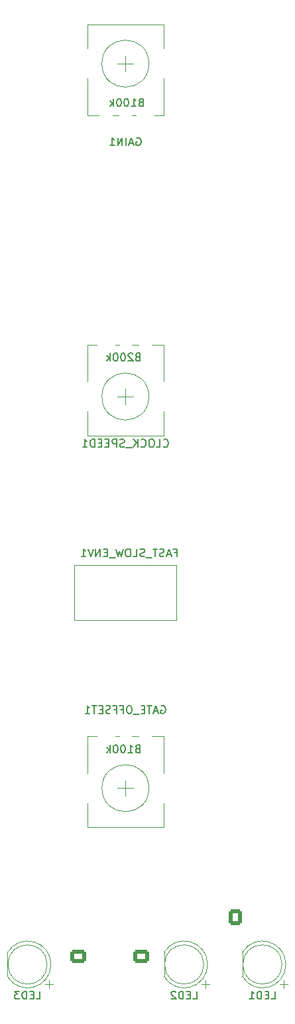
<source format=gbo>
%TF.GenerationSoftware,KiCad,Pcbnew,(6.0.5)*%
%TF.CreationDate,2022-09-08T21:10:04+02:00*%
%TF.ProjectId,Bissell-Bouten_Envelope-o-Matic,42697373-656c-46c2-9d42-6f7574656e5f,1.0*%
%TF.SameCoordinates,Original*%
%TF.FileFunction,Legend,Bot*%
%TF.FilePolarity,Positive*%
%FSLAX46Y46*%
G04 Gerber Fmt 4.6, Leading zero omitted, Abs format (unit mm)*
G04 Created by KiCad (PCBNEW (6.0.5)) date 2022-09-08 21:10:04*
%MOMM*%
%LPD*%
G01*
G04 APERTURE LIST*
G04 Aperture macros list*
%AMRoundRect*
0 Rectangle with rounded corners*
0 $1 Rounding radius*
0 $2 $3 $4 $5 $6 $7 $8 $9 X,Y pos of 4 corners*
0 Add a 4 corners polygon primitive as box body*
4,1,4,$2,$3,$4,$5,$6,$7,$8,$9,$2,$3,0*
0 Add four circle primitives for the rounded corners*
1,1,$1+$1,$2,$3*
1,1,$1+$1,$4,$5*
1,1,$1+$1,$6,$7*
1,1,$1+$1,$8,$9*
0 Add four rect primitives between the rounded corners*
20,1,$1+$1,$2,$3,$4,$5,0*
20,1,$1+$1,$4,$5,$6,$7,0*
20,1,$1+$1,$6,$7,$8,$9,0*
20,1,$1+$1,$8,$9,$2,$3,0*%
G04 Aperture macros list end*
%ADD10C,0.150000*%
%ADD11C,0.120000*%
%ADD12C,1.600000*%
%ADD13O,1.600000X1.600000*%
%ADD14RoundRect,0.249900X-0.750100X0.600100X-0.750100X-0.600100X0.750100X-0.600100X0.750100X0.600100X0*%
%ADD15O,2.000000X1.700000*%
%ADD16C,2.000000*%
%ADD17R,1.700000X1.700000*%
%ADD18O,1.700000X1.700000*%
%ADD19RoundRect,0.249900X0.600100X0.750100X-0.600100X0.750100X-0.600100X-0.750100X0.600100X-0.750100X0*%
%ADD20O,1.700000X2.000000*%
%ADD21R,1.800000X1.800000*%
%ADD22C,1.800000*%
%ADD23O,2.500000X4.000000*%
%ADD24O,2.720000X3.240000*%
G04 APERTURE END LIST*
D10*
%TO.C,LED3*%
X88619047Y-184412380D02*
X89095238Y-184412380D01*
X89095238Y-183412380D01*
X88285714Y-183888571D02*
X87952380Y-183888571D01*
X87809523Y-184412380D02*
X88285714Y-184412380D01*
X88285714Y-183412380D01*
X87809523Y-183412380D01*
X87380952Y-184412380D02*
X87380952Y-183412380D01*
X87142857Y-183412380D01*
X87000000Y-183460000D01*
X86904761Y-183555238D01*
X86857142Y-183650476D01*
X86809523Y-183840952D01*
X86809523Y-183983809D01*
X86857142Y-184174285D01*
X86904761Y-184269523D01*
X87000000Y-184364761D01*
X87142857Y-184412380D01*
X87380952Y-184412380D01*
X86476190Y-183412380D02*
X85857142Y-183412380D01*
X86190476Y-183793333D01*
X86047619Y-183793333D01*
X85952380Y-183840952D01*
X85904761Y-183888571D01*
X85857142Y-183983809D01*
X85857142Y-184221904D01*
X85904761Y-184317142D01*
X85952380Y-184364761D01*
X86047619Y-184412380D01*
X86333333Y-184412380D01*
X86428571Y-184364761D01*
X86476190Y-184317142D01*
%TO.C,LED2*%
X108619047Y-184412380D02*
X109095238Y-184412380D01*
X109095238Y-183412380D01*
X108285714Y-183888571D02*
X107952380Y-183888571D01*
X107809523Y-184412380D02*
X108285714Y-184412380D01*
X108285714Y-183412380D01*
X107809523Y-183412380D01*
X107380952Y-184412380D02*
X107380952Y-183412380D01*
X107142857Y-183412380D01*
X107000000Y-183460000D01*
X106904761Y-183555238D01*
X106857142Y-183650476D01*
X106809523Y-183840952D01*
X106809523Y-183983809D01*
X106857142Y-184174285D01*
X106904761Y-184269523D01*
X107000000Y-184364761D01*
X107142857Y-184412380D01*
X107380952Y-184412380D01*
X106428571Y-183507619D02*
X106380952Y-183460000D01*
X106285714Y-183412380D01*
X106047619Y-183412380D01*
X105952380Y-183460000D01*
X105904761Y-183507619D01*
X105857142Y-183602857D01*
X105857142Y-183698095D01*
X105904761Y-183840952D01*
X106476190Y-184412380D01*
X105857142Y-184412380D01*
%TO.C,FAST_SLOW_ENV1*%
X106261904Y-127428571D02*
X106595238Y-127428571D01*
X106595238Y-127952380D02*
X106595238Y-126952380D01*
X106119047Y-126952380D01*
X105785714Y-127666666D02*
X105309523Y-127666666D01*
X105880952Y-127952380D02*
X105547619Y-126952380D01*
X105214285Y-127952380D01*
X104928571Y-127904761D02*
X104785714Y-127952380D01*
X104547619Y-127952380D01*
X104452380Y-127904761D01*
X104404761Y-127857142D01*
X104357142Y-127761904D01*
X104357142Y-127666666D01*
X104404761Y-127571428D01*
X104452380Y-127523809D01*
X104547619Y-127476190D01*
X104738095Y-127428571D01*
X104833333Y-127380952D01*
X104880952Y-127333333D01*
X104928571Y-127238095D01*
X104928571Y-127142857D01*
X104880952Y-127047619D01*
X104833333Y-127000000D01*
X104738095Y-126952380D01*
X104500000Y-126952380D01*
X104357142Y-127000000D01*
X104071428Y-126952380D02*
X103500000Y-126952380D01*
X103785714Y-127952380D02*
X103785714Y-126952380D01*
X103404761Y-128047619D02*
X102642857Y-128047619D01*
X102452380Y-127904761D02*
X102309523Y-127952380D01*
X102071428Y-127952380D01*
X101976190Y-127904761D01*
X101928571Y-127857142D01*
X101880952Y-127761904D01*
X101880952Y-127666666D01*
X101928571Y-127571428D01*
X101976190Y-127523809D01*
X102071428Y-127476190D01*
X102261904Y-127428571D01*
X102357142Y-127380952D01*
X102404761Y-127333333D01*
X102452380Y-127238095D01*
X102452380Y-127142857D01*
X102404761Y-127047619D01*
X102357142Y-127000000D01*
X102261904Y-126952380D01*
X102023809Y-126952380D01*
X101880952Y-127000000D01*
X100976190Y-127952380D02*
X101452380Y-127952380D01*
X101452380Y-126952380D01*
X100452380Y-126952380D02*
X100261904Y-126952380D01*
X100166666Y-127000000D01*
X100071428Y-127095238D01*
X100023809Y-127285714D01*
X100023809Y-127619047D01*
X100071428Y-127809523D01*
X100166666Y-127904761D01*
X100261904Y-127952380D01*
X100452380Y-127952380D01*
X100547619Y-127904761D01*
X100642857Y-127809523D01*
X100690476Y-127619047D01*
X100690476Y-127285714D01*
X100642857Y-127095238D01*
X100547619Y-127000000D01*
X100452380Y-126952380D01*
X99690476Y-126952380D02*
X99452380Y-127952380D01*
X99261904Y-127238095D01*
X99071428Y-127952380D01*
X98833333Y-126952380D01*
X98690476Y-128047619D02*
X97928571Y-128047619D01*
X97690476Y-127428571D02*
X97357142Y-127428571D01*
X97214285Y-127952380D02*
X97690476Y-127952380D01*
X97690476Y-126952380D01*
X97214285Y-126952380D01*
X96785714Y-127952380D02*
X96785714Y-126952380D01*
X96214285Y-127952380D01*
X96214285Y-126952380D01*
X95880952Y-126952380D02*
X95547619Y-127952380D01*
X95214285Y-126952380D01*
X94357142Y-127952380D02*
X94928571Y-127952380D01*
X94642857Y-127952380D02*
X94642857Y-126952380D01*
X94738095Y-127095238D01*
X94833333Y-127190476D01*
X94928571Y-127238095D01*
%TO.C,GATE_OFFSET1*%
X104547619Y-147000000D02*
X104642857Y-146952380D01*
X104785714Y-146952380D01*
X104928571Y-147000000D01*
X105023809Y-147095238D01*
X105071428Y-147190476D01*
X105119047Y-147380952D01*
X105119047Y-147523809D01*
X105071428Y-147714285D01*
X105023809Y-147809523D01*
X104928571Y-147904761D01*
X104785714Y-147952380D01*
X104690476Y-147952380D01*
X104547619Y-147904761D01*
X104500000Y-147857142D01*
X104500000Y-147523809D01*
X104690476Y-147523809D01*
X104119047Y-147666666D02*
X103642857Y-147666666D01*
X104214285Y-147952380D02*
X103880952Y-146952380D01*
X103547619Y-147952380D01*
X103357142Y-146952380D02*
X102785714Y-146952380D01*
X103071428Y-147952380D02*
X103071428Y-146952380D01*
X102452380Y-147428571D02*
X102119047Y-147428571D01*
X101976190Y-147952380D02*
X102452380Y-147952380D01*
X102452380Y-146952380D01*
X101976190Y-146952380D01*
X101785714Y-148047619D02*
X101023809Y-148047619D01*
X100595238Y-146952380D02*
X100404761Y-146952380D01*
X100309523Y-147000000D01*
X100214285Y-147095238D01*
X100166666Y-147285714D01*
X100166666Y-147619047D01*
X100214285Y-147809523D01*
X100309523Y-147904761D01*
X100404761Y-147952380D01*
X100595238Y-147952380D01*
X100690476Y-147904761D01*
X100785714Y-147809523D01*
X100833333Y-147619047D01*
X100833333Y-147285714D01*
X100785714Y-147095238D01*
X100690476Y-147000000D01*
X100595238Y-146952380D01*
X99404761Y-147428571D02*
X99738095Y-147428571D01*
X99738095Y-147952380D02*
X99738095Y-146952380D01*
X99261904Y-146952380D01*
X98547619Y-147428571D02*
X98880952Y-147428571D01*
X98880952Y-147952380D02*
X98880952Y-146952380D01*
X98404761Y-146952380D01*
X98071428Y-147904761D02*
X97928571Y-147952380D01*
X97690476Y-147952380D01*
X97595238Y-147904761D01*
X97547619Y-147857142D01*
X97500000Y-147761904D01*
X97500000Y-147666666D01*
X97547619Y-147571428D01*
X97595238Y-147523809D01*
X97690476Y-147476190D01*
X97880952Y-147428571D01*
X97976190Y-147380952D01*
X98023809Y-147333333D01*
X98071428Y-147238095D01*
X98071428Y-147142857D01*
X98023809Y-147047619D01*
X97976190Y-147000000D01*
X97880952Y-146952380D01*
X97642857Y-146952380D01*
X97500000Y-147000000D01*
X97071428Y-147428571D02*
X96738095Y-147428571D01*
X96595238Y-147952380D02*
X97071428Y-147952380D01*
X97071428Y-146952380D01*
X96595238Y-146952380D01*
X96309523Y-146952380D02*
X95738095Y-146952380D01*
X96023809Y-147952380D02*
X96023809Y-146952380D01*
X94880952Y-147952380D02*
X95452380Y-147952380D01*
X95166666Y-147952380D02*
X95166666Y-146952380D01*
X95261904Y-147095238D01*
X95357142Y-147190476D01*
X95452380Y-147238095D01*
X101547904Y-152428571D02*
X101405047Y-152476190D01*
X101357428Y-152523809D01*
X101309809Y-152619047D01*
X101309809Y-152761904D01*
X101357428Y-152857142D01*
X101405047Y-152904761D01*
X101500285Y-152952380D01*
X101881238Y-152952380D01*
X101881238Y-151952380D01*
X101547904Y-151952380D01*
X101452666Y-152000000D01*
X101405047Y-152047619D01*
X101357428Y-152142857D01*
X101357428Y-152238095D01*
X101405047Y-152333333D01*
X101452666Y-152380952D01*
X101547904Y-152428571D01*
X101881238Y-152428571D01*
X100357428Y-152952380D02*
X100928857Y-152952380D01*
X100643142Y-152952380D02*
X100643142Y-151952380D01*
X100738380Y-152095238D01*
X100833619Y-152190476D01*
X100928857Y-152238095D01*
X99738380Y-151952380D02*
X99643142Y-151952380D01*
X99547904Y-152000000D01*
X99500285Y-152047619D01*
X99452666Y-152142857D01*
X99405047Y-152333333D01*
X99405047Y-152571428D01*
X99452666Y-152761904D01*
X99500285Y-152857142D01*
X99547904Y-152904761D01*
X99643142Y-152952380D01*
X99738380Y-152952380D01*
X99833619Y-152904761D01*
X99881238Y-152857142D01*
X99928857Y-152761904D01*
X99976476Y-152571428D01*
X99976476Y-152333333D01*
X99928857Y-152142857D01*
X99881238Y-152047619D01*
X99833619Y-152000000D01*
X99738380Y-151952380D01*
X98786000Y-151952380D02*
X98690761Y-151952380D01*
X98595523Y-152000000D01*
X98547904Y-152047619D01*
X98500285Y-152142857D01*
X98452666Y-152333333D01*
X98452666Y-152571428D01*
X98500285Y-152761904D01*
X98547904Y-152857142D01*
X98595523Y-152904761D01*
X98690761Y-152952380D01*
X98786000Y-152952380D01*
X98881238Y-152904761D01*
X98928857Y-152857142D01*
X98976476Y-152761904D01*
X99024095Y-152571428D01*
X99024095Y-152333333D01*
X98976476Y-152142857D01*
X98928857Y-152047619D01*
X98881238Y-152000000D01*
X98786000Y-151952380D01*
X98024095Y-152952380D02*
X98024095Y-151952380D01*
X97928857Y-152571428D02*
X97643142Y-152952380D01*
X97643142Y-152285714D02*
X98024095Y-152666666D01*
%TO.C,LED1*%
X118619047Y-184412380D02*
X119095238Y-184412380D01*
X119095238Y-183412380D01*
X118285714Y-183888571D02*
X117952380Y-183888571D01*
X117809523Y-184412380D02*
X118285714Y-184412380D01*
X118285714Y-183412380D01*
X117809523Y-183412380D01*
X117380952Y-184412380D02*
X117380952Y-183412380D01*
X117142857Y-183412380D01*
X117000000Y-183460000D01*
X116904761Y-183555238D01*
X116857142Y-183650476D01*
X116809523Y-183840952D01*
X116809523Y-183983809D01*
X116857142Y-184174285D01*
X116904761Y-184269523D01*
X117000000Y-184364761D01*
X117142857Y-184412380D01*
X117380952Y-184412380D01*
X115857142Y-184412380D02*
X116428571Y-184412380D01*
X116142857Y-184412380D02*
X116142857Y-183412380D01*
X116238095Y-183555238D01*
X116333333Y-183650476D01*
X116428571Y-183698095D01*
%TO.C,CLOCK_SPEED1*%
X104857142Y-113857142D02*
X104904761Y-113904761D01*
X105047619Y-113952380D01*
X105142857Y-113952380D01*
X105285714Y-113904761D01*
X105380952Y-113809523D01*
X105428571Y-113714285D01*
X105476190Y-113523809D01*
X105476190Y-113380952D01*
X105428571Y-113190476D01*
X105380952Y-113095238D01*
X105285714Y-113000000D01*
X105142857Y-112952380D01*
X105047619Y-112952380D01*
X104904761Y-113000000D01*
X104857142Y-113047619D01*
X103952380Y-113952380D02*
X104428571Y-113952380D01*
X104428571Y-112952380D01*
X103428571Y-112952380D02*
X103238095Y-112952380D01*
X103142857Y-113000000D01*
X103047619Y-113095238D01*
X103000000Y-113285714D01*
X103000000Y-113619047D01*
X103047619Y-113809523D01*
X103142857Y-113904761D01*
X103238095Y-113952380D01*
X103428571Y-113952380D01*
X103523809Y-113904761D01*
X103619047Y-113809523D01*
X103666666Y-113619047D01*
X103666666Y-113285714D01*
X103619047Y-113095238D01*
X103523809Y-113000000D01*
X103428571Y-112952380D01*
X102000000Y-113857142D02*
X102047619Y-113904761D01*
X102190476Y-113952380D01*
X102285714Y-113952380D01*
X102428571Y-113904761D01*
X102523809Y-113809523D01*
X102571428Y-113714285D01*
X102619047Y-113523809D01*
X102619047Y-113380952D01*
X102571428Y-113190476D01*
X102523809Y-113095238D01*
X102428571Y-113000000D01*
X102285714Y-112952380D01*
X102190476Y-112952380D01*
X102047619Y-113000000D01*
X102000000Y-113047619D01*
X101571428Y-113952380D02*
X101571428Y-112952380D01*
X101000000Y-113952380D02*
X101428571Y-113380952D01*
X101000000Y-112952380D02*
X101571428Y-113523809D01*
X100809523Y-114047619D02*
X100047619Y-114047619D01*
X99857142Y-113904761D02*
X99714285Y-113952380D01*
X99476190Y-113952380D01*
X99380952Y-113904761D01*
X99333333Y-113857142D01*
X99285714Y-113761904D01*
X99285714Y-113666666D01*
X99333333Y-113571428D01*
X99380952Y-113523809D01*
X99476190Y-113476190D01*
X99666666Y-113428571D01*
X99761904Y-113380952D01*
X99809523Y-113333333D01*
X99857142Y-113238095D01*
X99857142Y-113142857D01*
X99809523Y-113047619D01*
X99761904Y-113000000D01*
X99666666Y-112952380D01*
X99428571Y-112952380D01*
X99285714Y-113000000D01*
X98857142Y-113952380D02*
X98857142Y-112952380D01*
X98476190Y-112952380D01*
X98380952Y-113000000D01*
X98333333Y-113047619D01*
X98285714Y-113142857D01*
X98285714Y-113285714D01*
X98333333Y-113380952D01*
X98380952Y-113428571D01*
X98476190Y-113476190D01*
X98857142Y-113476190D01*
X97857142Y-113428571D02*
X97523809Y-113428571D01*
X97380952Y-113952380D02*
X97857142Y-113952380D01*
X97857142Y-112952380D01*
X97380952Y-112952380D01*
X96952380Y-113428571D02*
X96619047Y-113428571D01*
X96476190Y-113952380D02*
X96952380Y-113952380D01*
X96952380Y-112952380D01*
X96476190Y-112952380D01*
X96047619Y-113952380D02*
X96047619Y-112952380D01*
X95809523Y-112952380D01*
X95666666Y-113000000D01*
X95571428Y-113095238D01*
X95523809Y-113190476D01*
X95476190Y-113380952D01*
X95476190Y-113523809D01*
X95523809Y-113714285D01*
X95571428Y-113809523D01*
X95666666Y-113904761D01*
X95809523Y-113952380D01*
X96047619Y-113952380D01*
X94523809Y-113952380D02*
X95095238Y-113952380D01*
X94809523Y-113952380D02*
X94809523Y-112952380D01*
X94904761Y-113095238D01*
X95000000Y-113190476D01*
X95095238Y-113238095D01*
X101547904Y-102428571D02*
X101405047Y-102476190D01*
X101357428Y-102523809D01*
X101309809Y-102619047D01*
X101309809Y-102761904D01*
X101357428Y-102857142D01*
X101405047Y-102904761D01*
X101500285Y-102952380D01*
X101881238Y-102952380D01*
X101881238Y-101952380D01*
X101547904Y-101952380D01*
X101452666Y-102000000D01*
X101405047Y-102047619D01*
X101357428Y-102142857D01*
X101357428Y-102238095D01*
X101405047Y-102333333D01*
X101452666Y-102380952D01*
X101547904Y-102428571D01*
X101881238Y-102428571D01*
X100928857Y-102047619D02*
X100881238Y-102000000D01*
X100786000Y-101952380D01*
X100547904Y-101952380D01*
X100452666Y-102000000D01*
X100405047Y-102047619D01*
X100357428Y-102142857D01*
X100357428Y-102238095D01*
X100405047Y-102380952D01*
X100976476Y-102952380D01*
X100357428Y-102952380D01*
X99738380Y-101952380D02*
X99643142Y-101952380D01*
X99547904Y-102000000D01*
X99500285Y-102047619D01*
X99452666Y-102142857D01*
X99405047Y-102333333D01*
X99405047Y-102571428D01*
X99452666Y-102761904D01*
X99500285Y-102857142D01*
X99547904Y-102904761D01*
X99643142Y-102952380D01*
X99738380Y-102952380D01*
X99833619Y-102904761D01*
X99881238Y-102857142D01*
X99928857Y-102761904D01*
X99976476Y-102571428D01*
X99976476Y-102333333D01*
X99928857Y-102142857D01*
X99881238Y-102047619D01*
X99833619Y-102000000D01*
X99738380Y-101952380D01*
X98786000Y-101952380D02*
X98690761Y-101952380D01*
X98595523Y-102000000D01*
X98547904Y-102047619D01*
X98500285Y-102142857D01*
X98452666Y-102333333D01*
X98452666Y-102571428D01*
X98500285Y-102761904D01*
X98547904Y-102857142D01*
X98595523Y-102904761D01*
X98690761Y-102952380D01*
X98786000Y-102952380D01*
X98881238Y-102904761D01*
X98928857Y-102857142D01*
X98976476Y-102761904D01*
X99024095Y-102571428D01*
X99024095Y-102333333D01*
X98976476Y-102142857D01*
X98928857Y-102047619D01*
X98881238Y-102000000D01*
X98786000Y-101952380D01*
X98024095Y-102952380D02*
X98024095Y-101952380D01*
X97928857Y-102571428D02*
X97643142Y-102952380D01*
X97643142Y-102285714D02*
X98024095Y-102666666D01*
%TO.C,GAIN1*%
X101404761Y-74500000D02*
X101500000Y-74452380D01*
X101642857Y-74452380D01*
X101785714Y-74500000D01*
X101880952Y-74595238D01*
X101928571Y-74690476D01*
X101976190Y-74880952D01*
X101976190Y-75023809D01*
X101928571Y-75214285D01*
X101880952Y-75309523D01*
X101785714Y-75404761D01*
X101642857Y-75452380D01*
X101547619Y-75452380D01*
X101404761Y-75404761D01*
X101357142Y-75357142D01*
X101357142Y-75023809D01*
X101547619Y-75023809D01*
X100976190Y-75166666D02*
X100500000Y-75166666D01*
X101071428Y-75452380D02*
X100738095Y-74452380D01*
X100404761Y-75452380D01*
X100071428Y-75452380D02*
X100071428Y-74452380D01*
X99595238Y-75452380D02*
X99595238Y-74452380D01*
X99023809Y-75452380D01*
X99023809Y-74452380D01*
X98023809Y-75452380D02*
X98595238Y-75452380D01*
X98309523Y-75452380D02*
X98309523Y-74452380D01*
X98404761Y-74595238D01*
X98500000Y-74690476D01*
X98595238Y-74738095D01*
X101975904Y-69928571D02*
X101833047Y-69976190D01*
X101785428Y-70023809D01*
X101737809Y-70119047D01*
X101737809Y-70261904D01*
X101785428Y-70357142D01*
X101833047Y-70404761D01*
X101928285Y-70452380D01*
X102309238Y-70452380D01*
X102309238Y-69452380D01*
X101975904Y-69452380D01*
X101880666Y-69500000D01*
X101833047Y-69547619D01*
X101785428Y-69642857D01*
X101785428Y-69738095D01*
X101833047Y-69833333D01*
X101880666Y-69880952D01*
X101975904Y-69928571D01*
X102309238Y-69928571D01*
X100785428Y-70452380D02*
X101356857Y-70452380D01*
X101071142Y-70452380D02*
X101071142Y-69452380D01*
X101166380Y-69595238D01*
X101261619Y-69690476D01*
X101356857Y-69738095D01*
X100166380Y-69452380D02*
X100071142Y-69452380D01*
X99975904Y-69500000D01*
X99928285Y-69547619D01*
X99880666Y-69642857D01*
X99833047Y-69833333D01*
X99833047Y-70071428D01*
X99880666Y-70261904D01*
X99928285Y-70357142D01*
X99975904Y-70404761D01*
X100071142Y-70452380D01*
X100166380Y-70452380D01*
X100261619Y-70404761D01*
X100309238Y-70357142D01*
X100356857Y-70261904D01*
X100404476Y-70071428D01*
X100404476Y-69833333D01*
X100356857Y-69642857D01*
X100309238Y-69547619D01*
X100261619Y-69500000D01*
X100166380Y-69452380D01*
X99214000Y-69452380D02*
X99118761Y-69452380D01*
X99023523Y-69500000D01*
X98975904Y-69547619D01*
X98928285Y-69642857D01*
X98880666Y-69833333D01*
X98880666Y-70071428D01*
X98928285Y-70261904D01*
X98975904Y-70357142D01*
X99023523Y-70404761D01*
X99118761Y-70452380D01*
X99214000Y-70452380D01*
X99309238Y-70404761D01*
X99356857Y-70357142D01*
X99404476Y-70261904D01*
X99452095Y-70071428D01*
X99452095Y-69833333D01*
X99404476Y-69642857D01*
X99356857Y-69547619D01*
X99309238Y-69500000D01*
X99214000Y-69452380D01*
X98452095Y-70452380D02*
X98452095Y-69452380D01*
X98356857Y-70071428D02*
X98071142Y-70452380D01*
X98071142Y-69785714D02*
X98452095Y-70166666D01*
D11*
%TO.C,LED3*%
X90230000Y-183000000D02*
X90230000Y-182000000D01*
X89730000Y-182500000D02*
X90730000Y-182500000D01*
X84940000Y-181545000D02*
X84940000Y-178455000D01*
X84940000Y-181544830D02*
G75*
G03*
X90490000Y-179999538I2560000J1544830D01*
G01*
X90490000Y-180000462D02*
G75*
G03*
X84940000Y-178455170I-2990000J462D01*
G01*
X90000000Y-180000000D02*
G75*
G03*
X90000000Y-180000000I-2500000J0D01*
G01*
%TO.C,LED2*%
X109730000Y-182500000D02*
X110730000Y-182500000D01*
X110230000Y-183000000D02*
X110230000Y-182000000D01*
X104940000Y-181545000D02*
X104940000Y-178455000D01*
X104940000Y-181544830D02*
G75*
G03*
X110490000Y-179999538I2560000J1544830D01*
G01*
X110490000Y-180000462D02*
G75*
G03*
X104940000Y-178455170I-2990000J462D01*
G01*
X110000000Y-180000000D02*
G75*
G03*
X110000000Y-180000000I-2500000J0D01*
G01*
%TO.C,FAST_SLOW_ENV1*%
X106500000Y-136000000D02*
X106500000Y-129000000D01*
X93500000Y-136000000D02*
X106500000Y-136000000D01*
X106500000Y-129000000D02*
X93500000Y-129000000D01*
X93500000Y-129000000D02*
X93500000Y-136000000D01*
%TO.C,GATE_OFFSET1*%
X101660000Y-150880000D02*
X100830000Y-150880000D01*
X104870000Y-150880000D02*
X103380000Y-150880000D01*
X95120000Y-150880000D02*
X95120000Y-155600000D01*
X104870000Y-159410000D02*
X104870000Y-162470000D01*
X95130000Y-159410000D02*
X95130000Y-162470000D01*
X100000000Y-158500000D02*
X100000000Y-156500000D01*
X99210000Y-150880000D02*
X98680000Y-150880000D01*
X96310000Y-150880000D02*
X95130000Y-150880000D01*
X101000000Y-157500000D02*
X99000000Y-157500000D01*
X104870000Y-150880000D02*
X104870000Y-155600000D01*
X104870000Y-162470000D02*
X95130000Y-162470000D01*
X103000000Y-157500000D02*
G75*
G03*
X103000000Y-157500000I-3000000J0D01*
G01*
%TO.C,LED1*%
X114940000Y-181545000D02*
X114940000Y-178455000D01*
X119730000Y-182500000D02*
X120730000Y-182500000D01*
X120230000Y-183000000D02*
X120230000Y-182000000D01*
X120490000Y-180000462D02*
G75*
G03*
X114940000Y-178455170I-2990000J462D01*
G01*
X114940000Y-181544830D02*
G75*
G03*
X120490000Y-179999538I2560000J1544830D01*
G01*
X120000000Y-180000000D02*
G75*
G03*
X120000000Y-180000000I-2500000J0D01*
G01*
%TO.C,CLOCK_SPEED1*%
X101660000Y-100880000D02*
X100830000Y-100880000D01*
X104870000Y-100880000D02*
X103380000Y-100880000D01*
X104870000Y-112470000D02*
X95130000Y-112470000D01*
X96310000Y-100880000D02*
X95130000Y-100880000D01*
X104870000Y-100880000D02*
X104870000Y-105600000D01*
X95120000Y-100880000D02*
X95120000Y-105600000D01*
X95130000Y-109410000D02*
X95130000Y-112470000D01*
X104870000Y-109410000D02*
X104870000Y-112470000D01*
X101000000Y-107500000D02*
X99000000Y-107500000D01*
X99210000Y-100880000D02*
X98680000Y-100880000D01*
X100000000Y-108500000D02*
X100000000Y-106500000D01*
X103000000Y-107500000D02*
G75*
G03*
X103000000Y-107500000I-3000000J0D01*
G01*
%TO.C,GAIN1*%
X104880000Y-71620000D02*
X104880000Y-66900000D01*
X104870000Y-63090000D02*
X104870000Y-60030000D01*
X95130000Y-71620000D02*
X96620000Y-71620000D01*
X100790000Y-71620000D02*
X101320000Y-71620000D01*
X99000000Y-65000000D02*
X101000000Y-65000000D01*
X95130000Y-71620000D02*
X95130000Y-66900000D01*
X95130000Y-63090000D02*
X95130000Y-60030000D01*
X103690000Y-71620000D02*
X104870000Y-71620000D01*
X100000000Y-64000000D02*
X100000000Y-66000000D01*
X95130000Y-60030000D02*
X104870000Y-60030000D01*
X98340000Y-71620000D02*
X99170000Y-71620000D01*
X103000000Y-65000000D02*
G75*
G03*
X103000000Y-65000000I-3000000J0D01*
G01*
%TD*%
%LPC*%
D12*
%TO.C,R29*%
X91000000Y-160880000D03*
D13*
X91000000Y-150720000D03*
%TD*%
D14*
%TO.C,ENV_OUT1*%
X94000000Y-179000000D03*
D15*
X94000000Y-181500000D03*
%TD*%
D12*
%TO.C,R2*%
X101000000Y-174080000D03*
D13*
X101000000Y-163920000D03*
%TD*%
D12*
%TO.C,C8*%
X102500000Y-140000000D03*
X97500000Y-140000000D03*
%TD*%
%TO.C,R28*%
X109000000Y-150800000D03*
D13*
X109000000Y-160960000D03*
%TD*%
D16*
%TO.C,C9*%
X95000000Y-125000000D03*
X105000000Y-125000000D03*
%TD*%
D14*
%TO.C,ENV_INV1*%
X102000000Y-179000000D03*
D15*
X102000000Y-181500000D03*
%TD*%
D17*
%TO.C,CN2*%
X116973000Y-115373000D03*
D18*
X116973000Y-112833000D03*
X116973000Y-110293000D03*
X116973000Y-107753000D03*
X116973000Y-105213000D03*
X116973000Y-102673000D03*
X116973000Y-100133000D03*
X116973000Y-97593000D03*
%TD*%
D14*
%TO.C,GATE_OUT1*%
X82000000Y-179000000D03*
D15*
X82000000Y-181500000D03*
%TD*%
D12*
%TO.C,R3*%
X91000000Y-163920000D03*
D13*
X91000000Y-174080000D03*
%TD*%
D12*
%TO.C,R1*%
X106000000Y-163920000D03*
D13*
X106000000Y-174080000D03*
%TD*%
D17*
%TO.C,CN1*%
X81413000Y-115372000D03*
D18*
X81413000Y-112832000D03*
X81413000Y-110292000D03*
X81413000Y-107752000D03*
X81413000Y-105212000D03*
X81413000Y-102672000D03*
X81413000Y-100132000D03*
X81413000Y-97592000D03*
%TD*%
D19*
%TO.C,SIGNAL_IN1*%
X114000000Y-174000000D03*
D20*
X111500000Y-174000000D03*
%TD*%
D12*
%TO.C,R25*%
X86000000Y-174080000D03*
D13*
X86000000Y-163920000D03*
%TD*%
D12*
%TO.C,R33*%
X96000000Y-163920000D03*
D13*
X96000000Y-174080000D03*
%TD*%
D21*
%TO.C,LED3*%
X86230000Y-180000000D03*
D22*
X88770000Y-180000000D03*
%TD*%
D21*
%TO.C,LED2*%
X106230000Y-180000000D03*
D22*
X108770000Y-180000000D03*
%TD*%
D23*
%TO.C,FAST_SLOW_ENV1*%
X95150000Y-132500000D03*
X100000000Y-132500000D03*
X104850000Y-132500000D03*
%TD*%
D24*
%TO.C,GATE_OFFSET1*%
X95200000Y-157500000D03*
X104800000Y-157500000D03*
D21*
X97500000Y-150000000D03*
D22*
X100000000Y-150000000D03*
X102500000Y-150000000D03*
%TD*%
D21*
%TO.C,LED1*%
X116230000Y-180000000D03*
D22*
X118770000Y-180000000D03*
%TD*%
D24*
%TO.C,CLOCK_SPEED1*%
X95200000Y-107500000D03*
X104800000Y-107500000D03*
D21*
X97500000Y-100000000D03*
D22*
X100000000Y-100000000D03*
X102500000Y-100000000D03*
%TD*%
D24*
%TO.C,GAIN1*%
X95200000Y-65000000D03*
X104800000Y-65000000D03*
D21*
X102500000Y-72500000D03*
D22*
X100000000Y-72500000D03*
X97500000Y-72500000D03*
%TD*%
M02*

</source>
